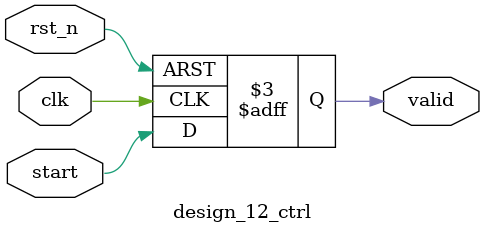
<source format=v>
module design_12_ctrl(
  input  clk,
  input  rst_n,
  input  start,
  output reg valid
);
  reg start_q;
  always @(posedge clk or negedge rst_n) begin
    if (!rst_n) begin
      valid <= 1'b0;
      start_q <= 1'b0;
    end else begin
      start_q <= start;
      valid <= start;
    end
  end
endmodule

</source>
